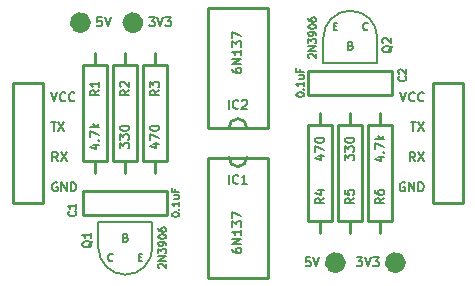
<source format=gto>
G04 (created by PCBNEW (2013-07-07 BZR 4022)-stable) date 5/5/2015 11:01:01 PM*
%MOIN*%
G04 Gerber Fmt 3.4, Leading zero omitted, Abs format*
%FSLAX34Y34*%
G01*
G70*
G90*
G04 APERTURE LIST*
%ADD10C,0.00590551*%
%ADD11C,0.05*%
%ADD12C,0.006*%
%ADD13C,0.01*%
%ADD14C,0.005*%
G04 APERTURE END LIST*
G54D10*
G54D11*
X91850Y-29000D02*
G75*
G03X91850Y-29000I-100J0D01*
G74*
G01*
X89850Y-29000D02*
G75*
G03X89850Y-29000I-100J0D01*
G74*
G01*
X83100Y-21000D02*
G75*
G03X83100Y-21000I-100J0D01*
G74*
G01*
X81350Y-21000D02*
G75*
G03X81350Y-21000I-100J0D01*
G74*
G01*
G54D12*
X90464Y-28821D02*
X90650Y-28821D01*
X90550Y-28935D01*
X90592Y-28935D01*
X90621Y-28950D01*
X90635Y-28964D01*
X90650Y-28992D01*
X90650Y-29064D01*
X90635Y-29092D01*
X90621Y-29107D01*
X90592Y-29121D01*
X90507Y-29121D01*
X90478Y-29107D01*
X90464Y-29092D01*
X90735Y-28821D02*
X90835Y-29121D01*
X90935Y-28821D01*
X91007Y-28821D02*
X91192Y-28821D01*
X91092Y-28935D01*
X91135Y-28935D01*
X91164Y-28950D01*
X91178Y-28964D01*
X91192Y-28992D01*
X91192Y-29064D01*
X91178Y-29092D01*
X91164Y-29107D01*
X91135Y-29121D01*
X91050Y-29121D01*
X91021Y-29107D01*
X91007Y-29092D01*
X88921Y-28821D02*
X88778Y-28821D01*
X88764Y-28964D01*
X88778Y-28950D01*
X88807Y-28935D01*
X88878Y-28935D01*
X88907Y-28950D01*
X88921Y-28964D01*
X88935Y-28992D01*
X88935Y-29064D01*
X88921Y-29092D01*
X88907Y-29107D01*
X88878Y-29121D01*
X88807Y-29121D01*
X88778Y-29107D01*
X88764Y-29092D01*
X89021Y-28821D02*
X89121Y-29121D01*
X89221Y-28821D01*
X83542Y-20821D02*
X83728Y-20821D01*
X83628Y-20935D01*
X83671Y-20935D01*
X83700Y-20950D01*
X83714Y-20964D01*
X83728Y-20992D01*
X83728Y-21064D01*
X83714Y-21092D01*
X83700Y-21107D01*
X83671Y-21121D01*
X83585Y-21121D01*
X83557Y-21107D01*
X83542Y-21092D01*
X83814Y-20821D02*
X83914Y-21121D01*
X84014Y-20821D01*
X84085Y-20821D02*
X84271Y-20821D01*
X84171Y-20935D01*
X84214Y-20935D01*
X84242Y-20950D01*
X84257Y-20964D01*
X84271Y-20992D01*
X84271Y-21064D01*
X84257Y-21092D01*
X84242Y-21107D01*
X84214Y-21121D01*
X84128Y-21121D01*
X84100Y-21107D01*
X84085Y-21092D01*
X81964Y-20821D02*
X81821Y-20821D01*
X81807Y-20964D01*
X81821Y-20950D01*
X81850Y-20935D01*
X81921Y-20935D01*
X81950Y-20950D01*
X81964Y-20964D01*
X81978Y-20992D01*
X81978Y-21064D01*
X81964Y-21092D01*
X81950Y-21107D01*
X81921Y-21121D01*
X81850Y-21121D01*
X81821Y-21107D01*
X81807Y-21092D01*
X82064Y-20821D02*
X82164Y-21121D01*
X82264Y-20821D01*
X80478Y-26335D02*
X80450Y-26321D01*
X80407Y-26321D01*
X80364Y-26335D01*
X80335Y-26364D01*
X80321Y-26392D01*
X80307Y-26450D01*
X80307Y-26492D01*
X80321Y-26550D01*
X80335Y-26578D01*
X80364Y-26607D01*
X80407Y-26621D01*
X80435Y-26621D01*
X80478Y-26607D01*
X80492Y-26592D01*
X80492Y-26492D01*
X80435Y-26492D01*
X80621Y-26621D02*
X80621Y-26321D01*
X80792Y-26621D01*
X80792Y-26321D01*
X80935Y-26621D02*
X80935Y-26321D01*
X81007Y-26321D01*
X81050Y-26335D01*
X81078Y-26364D01*
X81092Y-26392D01*
X81107Y-26450D01*
X81107Y-26492D01*
X81092Y-26550D01*
X81078Y-26578D01*
X81050Y-26607D01*
X81007Y-26621D01*
X80935Y-26621D01*
X80492Y-25621D02*
X80392Y-25478D01*
X80321Y-25621D02*
X80321Y-25321D01*
X80435Y-25321D01*
X80464Y-25335D01*
X80478Y-25350D01*
X80492Y-25378D01*
X80492Y-25421D01*
X80478Y-25450D01*
X80464Y-25464D01*
X80435Y-25478D01*
X80321Y-25478D01*
X80592Y-25321D02*
X80792Y-25621D01*
X80792Y-25321D02*
X80592Y-25621D01*
X80278Y-24321D02*
X80450Y-24321D01*
X80364Y-24621D02*
X80364Y-24321D01*
X80521Y-24321D02*
X80721Y-24621D01*
X80721Y-24321D02*
X80521Y-24621D01*
X80278Y-23321D02*
X80378Y-23621D01*
X80478Y-23321D01*
X80750Y-23592D02*
X80735Y-23607D01*
X80692Y-23621D01*
X80664Y-23621D01*
X80621Y-23607D01*
X80592Y-23578D01*
X80578Y-23550D01*
X80564Y-23492D01*
X80564Y-23450D01*
X80578Y-23392D01*
X80592Y-23364D01*
X80621Y-23335D01*
X80664Y-23321D01*
X80692Y-23321D01*
X80735Y-23335D01*
X80750Y-23350D01*
X81050Y-23592D02*
X81035Y-23607D01*
X80992Y-23621D01*
X80964Y-23621D01*
X80921Y-23607D01*
X80892Y-23578D01*
X80878Y-23550D01*
X80864Y-23492D01*
X80864Y-23450D01*
X80878Y-23392D01*
X80892Y-23364D01*
X80921Y-23335D01*
X80964Y-23321D01*
X80992Y-23321D01*
X81035Y-23335D01*
X81050Y-23350D01*
X92064Y-26335D02*
X92035Y-26321D01*
X91992Y-26321D01*
X91950Y-26335D01*
X91921Y-26364D01*
X91907Y-26392D01*
X91892Y-26450D01*
X91892Y-26492D01*
X91907Y-26550D01*
X91921Y-26578D01*
X91950Y-26607D01*
X91992Y-26621D01*
X92021Y-26621D01*
X92064Y-26607D01*
X92078Y-26592D01*
X92078Y-26492D01*
X92021Y-26492D01*
X92207Y-26621D02*
X92207Y-26321D01*
X92378Y-26621D01*
X92378Y-26321D01*
X92521Y-26621D02*
X92521Y-26321D01*
X92592Y-26321D01*
X92635Y-26335D01*
X92664Y-26364D01*
X92678Y-26392D01*
X92692Y-26450D01*
X92692Y-26492D01*
X92678Y-26550D01*
X92664Y-26578D01*
X92635Y-26607D01*
X92592Y-26621D01*
X92521Y-26621D01*
X92407Y-25621D02*
X92307Y-25478D01*
X92235Y-25621D02*
X92235Y-25321D01*
X92350Y-25321D01*
X92378Y-25335D01*
X92392Y-25350D01*
X92407Y-25378D01*
X92407Y-25421D01*
X92392Y-25450D01*
X92378Y-25464D01*
X92350Y-25478D01*
X92235Y-25478D01*
X92507Y-25321D02*
X92707Y-25621D01*
X92707Y-25321D02*
X92507Y-25621D01*
X92264Y-24321D02*
X92435Y-24321D01*
X92350Y-24621D02*
X92350Y-24321D01*
X92507Y-24321D02*
X92707Y-24621D01*
X92707Y-24321D02*
X92507Y-24621D01*
X91921Y-23321D02*
X92021Y-23621D01*
X92121Y-23321D01*
X92392Y-23592D02*
X92378Y-23607D01*
X92335Y-23621D01*
X92307Y-23621D01*
X92264Y-23607D01*
X92235Y-23578D01*
X92221Y-23550D01*
X92207Y-23492D01*
X92207Y-23450D01*
X92221Y-23392D01*
X92235Y-23364D01*
X92264Y-23335D01*
X92307Y-23321D01*
X92335Y-23321D01*
X92378Y-23335D01*
X92392Y-23350D01*
X92692Y-23592D02*
X92678Y-23607D01*
X92635Y-23621D01*
X92607Y-23621D01*
X92564Y-23607D01*
X92535Y-23578D01*
X92521Y-23550D01*
X92507Y-23492D01*
X92507Y-23450D01*
X92521Y-23392D01*
X92535Y-23364D01*
X92564Y-23335D01*
X92607Y-23321D01*
X92635Y-23321D01*
X92678Y-23335D01*
X92692Y-23350D01*
G54D10*
X83650Y-28500D02*
X83650Y-27650D01*
X83650Y-27650D02*
X81850Y-27650D01*
X81850Y-27650D02*
X81850Y-28500D01*
X81850Y-28500D02*
G75*
G03X82750Y-29400I900J0D01*
G74*
G01*
X82750Y-29400D02*
G75*
G03X83650Y-28500I0J900D01*
G74*
G01*
X89350Y-21500D02*
X89350Y-22350D01*
X89350Y-22350D02*
X91150Y-22350D01*
X91150Y-22350D02*
X91150Y-21500D01*
X91150Y-21500D02*
G75*
G03X90250Y-20600I-900J0D01*
G74*
G01*
X90250Y-20600D02*
G75*
G03X89350Y-21500I0J-900D01*
G74*
G01*
G54D13*
X81750Y-22000D02*
X81750Y-22400D01*
X81750Y-22400D02*
X82150Y-22400D01*
X82150Y-22400D02*
X82150Y-25600D01*
X82150Y-25600D02*
X81350Y-25600D01*
X81350Y-25600D02*
X81350Y-22400D01*
X81350Y-22400D02*
X81750Y-22400D01*
X81750Y-26000D02*
X81750Y-25600D01*
X89250Y-28000D02*
X89250Y-27600D01*
X89250Y-27600D02*
X88850Y-27600D01*
X88850Y-27600D02*
X88850Y-24400D01*
X88850Y-24400D02*
X89650Y-24400D01*
X89650Y-24400D02*
X89650Y-27600D01*
X89650Y-27600D02*
X89250Y-27600D01*
X89250Y-24000D02*
X89250Y-24400D01*
X82750Y-22000D02*
X82750Y-22400D01*
X82750Y-22400D02*
X83150Y-22400D01*
X83150Y-22400D02*
X83150Y-25600D01*
X83150Y-25600D02*
X82350Y-25600D01*
X82350Y-25600D02*
X82350Y-22400D01*
X82350Y-22400D02*
X82750Y-22400D01*
X82750Y-26000D02*
X82750Y-25600D01*
X91250Y-28000D02*
X91250Y-27600D01*
X91250Y-27600D02*
X90850Y-27600D01*
X90850Y-27600D02*
X90850Y-24400D01*
X90850Y-24400D02*
X91650Y-24400D01*
X91650Y-24400D02*
X91650Y-27600D01*
X91650Y-27600D02*
X91250Y-27600D01*
X91250Y-24000D02*
X91250Y-24400D01*
X83750Y-22000D02*
X83750Y-22400D01*
X83750Y-22400D02*
X84150Y-22400D01*
X84150Y-22400D02*
X84150Y-25600D01*
X84150Y-25600D02*
X83350Y-25600D01*
X83350Y-25600D02*
X83350Y-22400D01*
X83350Y-22400D02*
X83750Y-22400D01*
X83750Y-26000D02*
X83750Y-25600D01*
X90250Y-28000D02*
X90250Y-27600D01*
X90250Y-27600D02*
X89850Y-27600D01*
X89850Y-27600D02*
X89850Y-24400D01*
X89850Y-24400D02*
X90650Y-24400D01*
X90650Y-24400D02*
X90650Y-27600D01*
X90650Y-27600D02*
X90250Y-27600D01*
X90250Y-24000D02*
X90250Y-24400D01*
X79000Y-27000D02*
X79000Y-23000D01*
X80000Y-27000D02*
X80000Y-23000D01*
X80000Y-23000D02*
X79000Y-23000D01*
X79000Y-27000D02*
X80000Y-27000D01*
X93000Y-27000D02*
X93000Y-23000D01*
X94000Y-27000D02*
X94000Y-23000D01*
X94000Y-23000D02*
X93000Y-23000D01*
X93000Y-27000D02*
X94000Y-27000D01*
X86500Y-25800D02*
G75*
G03X86800Y-25500I0J300D01*
G74*
G01*
X86200Y-25500D02*
G75*
G03X86500Y-25800I300J0D01*
G74*
G01*
X87500Y-25500D02*
X87500Y-29500D01*
X87500Y-29500D02*
X85500Y-29500D01*
X85500Y-29500D02*
X85500Y-25500D01*
X85500Y-25500D02*
X87500Y-25500D01*
X86500Y-24200D02*
G75*
G03X86200Y-24500I0J-300D01*
G74*
G01*
X86800Y-24500D02*
G75*
G03X86500Y-24200I-300J0D01*
G74*
G01*
X85500Y-24500D02*
X85500Y-20500D01*
X85500Y-20500D02*
X87500Y-20500D01*
X87500Y-20500D02*
X87500Y-24500D01*
X87500Y-24500D02*
X85500Y-24500D01*
X84150Y-27400D02*
X81350Y-27400D01*
X81350Y-27400D02*
X81350Y-26600D01*
X81350Y-26600D02*
X84150Y-26600D01*
X84150Y-26600D02*
X84150Y-27400D01*
X88850Y-22600D02*
X91650Y-22600D01*
X91650Y-22600D02*
X91650Y-23400D01*
X91650Y-23400D02*
X88850Y-23400D01*
X88850Y-23400D02*
X88850Y-22600D01*
G54D12*
X81650Y-28278D02*
X81635Y-28307D01*
X81607Y-28335D01*
X81564Y-28378D01*
X81550Y-28407D01*
X81550Y-28435D01*
X81621Y-28421D02*
X81607Y-28450D01*
X81578Y-28478D01*
X81521Y-28492D01*
X81421Y-28492D01*
X81364Y-28478D01*
X81335Y-28450D01*
X81321Y-28421D01*
X81321Y-28364D01*
X81335Y-28335D01*
X81364Y-28307D01*
X81421Y-28292D01*
X81521Y-28292D01*
X81578Y-28307D01*
X81607Y-28335D01*
X81621Y-28364D01*
X81621Y-28421D01*
X81621Y-28007D02*
X81621Y-28178D01*
X81621Y-28092D02*
X81321Y-28092D01*
X81364Y-28121D01*
X81392Y-28150D01*
X81407Y-28178D01*
G54D14*
X83875Y-29178D02*
X83863Y-29166D01*
X83851Y-29142D01*
X83851Y-29083D01*
X83863Y-29059D01*
X83875Y-29047D01*
X83898Y-29035D01*
X83922Y-29035D01*
X83958Y-29047D01*
X84101Y-29190D01*
X84101Y-29035D01*
X84101Y-28928D02*
X83851Y-28928D01*
X84101Y-28785D01*
X83851Y-28785D01*
X83851Y-28690D02*
X83851Y-28535D01*
X83946Y-28619D01*
X83946Y-28583D01*
X83958Y-28559D01*
X83970Y-28547D01*
X83994Y-28535D01*
X84053Y-28535D01*
X84077Y-28547D01*
X84089Y-28559D01*
X84101Y-28583D01*
X84101Y-28654D01*
X84089Y-28678D01*
X84077Y-28690D01*
X84101Y-28416D02*
X84101Y-28369D01*
X84089Y-28345D01*
X84077Y-28333D01*
X84041Y-28309D01*
X83994Y-28297D01*
X83898Y-28297D01*
X83875Y-28309D01*
X83863Y-28321D01*
X83851Y-28345D01*
X83851Y-28392D01*
X83863Y-28416D01*
X83875Y-28428D01*
X83898Y-28440D01*
X83958Y-28440D01*
X83982Y-28428D01*
X83994Y-28416D01*
X84005Y-28392D01*
X84005Y-28345D01*
X83994Y-28321D01*
X83982Y-28309D01*
X83958Y-28297D01*
X83851Y-28142D02*
X83851Y-28119D01*
X83863Y-28095D01*
X83875Y-28083D01*
X83898Y-28071D01*
X83946Y-28059D01*
X84005Y-28059D01*
X84053Y-28071D01*
X84077Y-28083D01*
X84089Y-28095D01*
X84101Y-28119D01*
X84101Y-28142D01*
X84089Y-28166D01*
X84077Y-28178D01*
X84053Y-28190D01*
X84005Y-28202D01*
X83946Y-28202D01*
X83898Y-28190D01*
X83875Y-28178D01*
X83863Y-28166D01*
X83851Y-28142D01*
X83851Y-27845D02*
X83851Y-27892D01*
X83863Y-27916D01*
X83875Y-27928D01*
X83910Y-27952D01*
X83958Y-27964D01*
X84053Y-27964D01*
X84077Y-27952D01*
X84089Y-27940D01*
X84101Y-27916D01*
X84101Y-27869D01*
X84089Y-27845D01*
X84077Y-27833D01*
X84053Y-27821D01*
X83994Y-27821D01*
X83970Y-27833D01*
X83958Y-27845D01*
X83946Y-27869D01*
X83946Y-27916D01*
X83958Y-27940D01*
X83970Y-27952D01*
X83994Y-27964D01*
X83196Y-28820D02*
X83279Y-28820D01*
X83315Y-28951D02*
X83196Y-28951D01*
X83196Y-28701D01*
X83315Y-28701D01*
X82767Y-28170D02*
X82803Y-28182D01*
X82815Y-28194D01*
X82827Y-28217D01*
X82827Y-28253D01*
X82815Y-28277D01*
X82803Y-28289D01*
X82779Y-28301D01*
X82684Y-28301D01*
X82684Y-28051D01*
X82767Y-28051D01*
X82791Y-28063D01*
X82803Y-28075D01*
X82815Y-28098D01*
X82815Y-28122D01*
X82803Y-28146D01*
X82791Y-28158D01*
X82767Y-28170D01*
X82684Y-28170D01*
X82327Y-28927D02*
X82315Y-28939D01*
X82279Y-28951D01*
X82255Y-28951D01*
X82220Y-28939D01*
X82196Y-28915D01*
X82184Y-28891D01*
X82172Y-28844D01*
X82172Y-28808D01*
X82184Y-28760D01*
X82196Y-28736D01*
X82220Y-28713D01*
X82255Y-28701D01*
X82279Y-28701D01*
X82315Y-28713D01*
X82327Y-28725D01*
G54D12*
X91650Y-21778D02*
X91635Y-21807D01*
X91607Y-21835D01*
X91564Y-21878D01*
X91550Y-21907D01*
X91550Y-21935D01*
X91621Y-21921D02*
X91607Y-21950D01*
X91578Y-21978D01*
X91521Y-21992D01*
X91421Y-21992D01*
X91364Y-21978D01*
X91335Y-21950D01*
X91321Y-21921D01*
X91321Y-21864D01*
X91335Y-21835D01*
X91364Y-21807D01*
X91421Y-21792D01*
X91521Y-21792D01*
X91578Y-21807D01*
X91607Y-21835D01*
X91621Y-21864D01*
X91621Y-21921D01*
X91350Y-21678D02*
X91335Y-21664D01*
X91321Y-21635D01*
X91321Y-21564D01*
X91335Y-21535D01*
X91350Y-21521D01*
X91378Y-21507D01*
X91407Y-21507D01*
X91450Y-21521D01*
X91621Y-21692D01*
X91621Y-21507D01*
G54D14*
X88875Y-22178D02*
X88863Y-22166D01*
X88851Y-22142D01*
X88851Y-22083D01*
X88863Y-22059D01*
X88875Y-22047D01*
X88898Y-22035D01*
X88922Y-22035D01*
X88958Y-22047D01*
X89101Y-22190D01*
X89101Y-22035D01*
X89101Y-21928D02*
X88851Y-21928D01*
X89101Y-21785D01*
X88851Y-21785D01*
X88851Y-21690D02*
X88851Y-21535D01*
X88946Y-21619D01*
X88946Y-21583D01*
X88958Y-21559D01*
X88970Y-21547D01*
X88994Y-21535D01*
X89053Y-21535D01*
X89077Y-21547D01*
X89089Y-21559D01*
X89101Y-21583D01*
X89101Y-21654D01*
X89089Y-21678D01*
X89077Y-21690D01*
X89101Y-21416D02*
X89101Y-21369D01*
X89089Y-21345D01*
X89077Y-21333D01*
X89041Y-21309D01*
X88994Y-21297D01*
X88898Y-21297D01*
X88875Y-21309D01*
X88863Y-21321D01*
X88851Y-21345D01*
X88851Y-21392D01*
X88863Y-21416D01*
X88875Y-21428D01*
X88898Y-21440D01*
X88958Y-21440D01*
X88982Y-21428D01*
X88994Y-21416D01*
X89005Y-21392D01*
X89005Y-21345D01*
X88994Y-21321D01*
X88982Y-21309D01*
X88958Y-21297D01*
X88851Y-21142D02*
X88851Y-21119D01*
X88863Y-21095D01*
X88875Y-21083D01*
X88898Y-21071D01*
X88946Y-21059D01*
X89005Y-21059D01*
X89053Y-21071D01*
X89077Y-21083D01*
X89089Y-21095D01*
X89101Y-21119D01*
X89101Y-21142D01*
X89089Y-21166D01*
X89077Y-21178D01*
X89053Y-21190D01*
X89005Y-21202D01*
X88946Y-21202D01*
X88898Y-21190D01*
X88875Y-21178D01*
X88863Y-21166D01*
X88851Y-21142D01*
X88851Y-20845D02*
X88851Y-20892D01*
X88863Y-20916D01*
X88875Y-20928D01*
X88910Y-20952D01*
X88958Y-20964D01*
X89053Y-20964D01*
X89077Y-20952D01*
X89089Y-20940D01*
X89101Y-20916D01*
X89101Y-20869D01*
X89089Y-20845D01*
X89077Y-20833D01*
X89053Y-20821D01*
X88994Y-20821D01*
X88970Y-20833D01*
X88958Y-20845D01*
X88946Y-20869D01*
X88946Y-20916D01*
X88958Y-20940D01*
X88970Y-20952D01*
X88994Y-20964D01*
X89696Y-21120D02*
X89779Y-21120D01*
X89815Y-21251D02*
X89696Y-21251D01*
X89696Y-21001D01*
X89815Y-21001D01*
X90267Y-21770D02*
X90303Y-21782D01*
X90315Y-21794D01*
X90327Y-21817D01*
X90327Y-21853D01*
X90315Y-21877D01*
X90303Y-21889D01*
X90279Y-21901D01*
X90184Y-21901D01*
X90184Y-21651D01*
X90267Y-21651D01*
X90291Y-21663D01*
X90303Y-21675D01*
X90315Y-21698D01*
X90315Y-21722D01*
X90303Y-21746D01*
X90291Y-21758D01*
X90267Y-21770D01*
X90184Y-21770D01*
X90827Y-21227D02*
X90815Y-21239D01*
X90779Y-21251D01*
X90755Y-21251D01*
X90720Y-21239D01*
X90696Y-21215D01*
X90684Y-21191D01*
X90672Y-21144D01*
X90672Y-21108D01*
X90684Y-21060D01*
X90696Y-21036D01*
X90720Y-21013D01*
X90755Y-21001D01*
X90779Y-21001D01*
X90815Y-21013D01*
X90827Y-21025D01*
G54D12*
X81871Y-23250D02*
X81728Y-23350D01*
X81871Y-23421D02*
X81571Y-23421D01*
X81571Y-23307D01*
X81585Y-23278D01*
X81600Y-23264D01*
X81628Y-23250D01*
X81671Y-23250D01*
X81700Y-23264D01*
X81714Y-23278D01*
X81728Y-23307D01*
X81728Y-23421D01*
X81871Y-22964D02*
X81871Y-23135D01*
X81871Y-23050D02*
X81571Y-23050D01*
X81614Y-23078D01*
X81642Y-23107D01*
X81657Y-23135D01*
X81671Y-25078D02*
X81871Y-25078D01*
X81557Y-25150D02*
X81771Y-25221D01*
X81771Y-25035D01*
X81842Y-24921D02*
X81857Y-24907D01*
X81871Y-24921D01*
X81857Y-24935D01*
X81842Y-24921D01*
X81871Y-24921D01*
X81571Y-24807D02*
X81571Y-24607D01*
X81871Y-24735D01*
X81871Y-24492D02*
X81571Y-24492D01*
X81757Y-24464D02*
X81871Y-24378D01*
X81671Y-24378D02*
X81785Y-24492D01*
X89371Y-26850D02*
X89228Y-26950D01*
X89371Y-27021D02*
X89071Y-27021D01*
X89071Y-26907D01*
X89085Y-26878D01*
X89100Y-26864D01*
X89128Y-26850D01*
X89171Y-26850D01*
X89200Y-26864D01*
X89214Y-26878D01*
X89228Y-26907D01*
X89228Y-27021D01*
X89171Y-26592D02*
X89371Y-26592D01*
X89057Y-26664D02*
X89271Y-26735D01*
X89271Y-26550D01*
X89171Y-25428D02*
X89371Y-25428D01*
X89057Y-25500D02*
X89271Y-25571D01*
X89271Y-25385D01*
X89071Y-25300D02*
X89071Y-25100D01*
X89371Y-25228D01*
X89071Y-24928D02*
X89071Y-24900D01*
X89085Y-24871D01*
X89100Y-24857D01*
X89128Y-24842D01*
X89185Y-24828D01*
X89257Y-24828D01*
X89314Y-24842D01*
X89342Y-24857D01*
X89357Y-24871D01*
X89371Y-24900D01*
X89371Y-24928D01*
X89357Y-24957D01*
X89342Y-24971D01*
X89314Y-24985D01*
X89257Y-25000D01*
X89185Y-25000D01*
X89128Y-24985D01*
X89100Y-24971D01*
X89085Y-24957D01*
X89071Y-24928D01*
X82871Y-23250D02*
X82728Y-23350D01*
X82871Y-23421D02*
X82571Y-23421D01*
X82571Y-23307D01*
X82585Y-23278D01*
X82600Y-23264D01*
X82628Y-23250D01*
X82671Y-23250D01*
X82700Y-23264D01*
X82714Y-23278D01*
X82728Y-23307D01*
X82728Y-23421D01*
X82600Y-23135D02*
X82585Y-23121D01*
X82571Y-23092D01*
X82571Y-23021D01*
X82585Y-22992D01*
X82600Y-22978D01*
X82628Y-22964D01*
X82657Y-22964D01*
X82700Y-22978D01*
X82871Y-23150D01*
X82871Y-22964D01*
X82571Y-25185D02*
X82571Y-25000D01*
X82685Y-25100D01*
X82685Y-25057D01*
X82700Y-25028D01*
X82714Y-25014D01*
X82742Y-25000D01*
X82814Y-25000D01*
X82842Y-25014D01*
X82857Y-25028D01*
X82871Y-25057D01*
X82871Y-25142D01*
X82857Y-25171D01*
X82842Y-25185D01*
X82571Y-24900D02*
X82571Y-24714D01*
X82685Y-24814D01*
X82685Y-24771D01*
X82700Y-24742D01*
X82714Y-24728D01*
X82742Y-24714D01*
X82814Y-24714D01*
X82842Y-24728D01*
X82857Y-24742D01*
X82871Y-24771D01*
X82871Y-24857D01*
X82857Y-24885D01*
X82842Y-24900D01*
X82571Y-24528D02*
X82571Y-24500D01*
X82585Y-24471D01*
X82600Y-24457D01*
X82628Y-24442D01*
X82685Y-24428D01*
X82757Y-24428D01*
X82814Y-24442D01*
X82842Y-24457D01*
X82857Y-24471D01*
X82871Y-24500D01*
X82871Y-24528D01*
X82857Y-24557D01*
X82842Y-24571D01*
X82814Y-24585D01*
X82757Y-24600D01*
X82685Y-24600D01*
X82628Y-24585D01*
X82600Y-24571D01*
X82585Y-24557D01*
X82571Y-24528D01*
X91371Y-26850D02*
X91228Y-26950D01*
X91371Y-27021D02*
X91071Y-27021D01*
X91071Y-26907D01*
X91085Y-26878D01*
X91100Y-26864D01*
X91128Y-26850D01*
X91171Y-26850D01*
X91200Y-26864D01*
X91214Y-26878D01*
X91228Y-26907D01*
X91228Y-27021D01*
X91071Y-26592D02*
X91071Y-26650D01*
X91085Y-26678D01*
X91100Y-26692D01*
X91142Y-26721D01*
X91200Y-26735D01*
X91314Y-26735D01*
X91342Y-26721D01*
X91357Y-26707D01*
X91371Y-26678D01*
X91371Y-26621D01*
X91357Y-26592D01*
X91342Y-26578D01*
X91314Y-26564D01*
X91242Y-26564D01*
X91214Y-26578D01*
X91200Y-26592D01*
X91185Y-26621D01*
X91185Y-26678D01*
X91200Y-26707D01*
X91214Y-26721D01*
X91242Y-26735D01*
X91171Y-25478D02*
X91371Y-25478D01*
X91057Y-25550D02*
X91271Y-25621D01*
X91271Y-25435D01*
X91342Y-25321D02*
X91357Y-25307D01*
X91371Y-25321D01*
X91357Y-25335D01*
X91342Y-25321D01*
X91371Y-25321D01*
X91071Y-25207D02*
X91071Y-25007D01*
X91371Y-25135D01*
X91371Y-24892D02*
X91071Y-24892D01*
X91257Y-24864D02*
X91371Y-24778D01*
X91171Y-24778D02*
X91285Y-24892D01*
X83871Y-23250D02*
X83728Y-23350D01*
X83871Y-23421D02*
X83571Y-23421D01*
X83571Y-23307D01*
X83585Y-23278D01*
X83600Y-23264D01*
X83628Y-23250D01*
X83671Y-23250D01*
X83700Y-23264D01*
X83714Y-23278D01*
X83728Y-23307D01*
X83728Y-23421D01*
X83571Y-23150D02*
X83571Y-22964D01*
X83685Y-23064D01*
X83685Y-23021D01*
X83700Y-22992D01*
X83714Y-22978D01*
X83742Y-22964D01*
X83814Y-22964D01*
X83842Y-22978D01*
X83857Y-22992D01*
X83871Y-23021D01*
X83871Y-23107D01*
X83857Y-23135D01*
X83842Y-23150D01*
X83671Y-25028D02*
X83871Y-25028D01*
X83557Y-25100D02*
X83771Y-25171D01*
X83771Y-24985D01*
X83571Y-24900D02*
X83571Y-24700D01*
X83871Y-24828D01*
X83571Y-24528D02*
X83571Y-24500D01*
X83585Y-24471D01*
X83600Y-24457D01*
X83628Y-24442D01*
X83685Y-24428D01*
X83757Y-24428D01*
X83814Y-24442D01*
X83842Y-24457D01*
X83857Y-24471D01*
X83871Y-24500D01*
X83871Y-24528D01*
X83857Y-24557D01*
X83842Y-24571D01*
X83814Y-24585D01*
X83757Y-24600D01*
X83685Y-24600D01*
X83628Y-24585D01*
X83600Y-24571D01*
X83585Y-24557D01*
X83571Y-24528D01*
X90371Y-26850D02*
X90228Y-26950D01*
X90371Y-27021D02*
X90071Y-27021D01*
X90071Y-26907D01*
X90085Y-26878D01*
X90100Y-26864D01*
X90128Y-26850D01*
X90171Y-26850D01*
X90200Y-26864D01*
X90214Y-26878D01*
X90228Y-26907D01*
X90228Y-27021D01*
X90071Y-26578D02*
X90071Y-26721D01*
X90214Y-26735D01*
X90200Y-26721D01*
X90185Y-26692D01*
X90185Y-26621D01*
X90200Y-26592D01*
X90214Y-26578D01*
X90242Y-26564D01*
X90314Y-26564D01*
X90342Y-26578D01*
X90357Y-26592D01*
X90371Y-26621D01*
X90371Y-26692D01*
X90357Y-26721D01*
X90342Y-26735D01*
X90071Y-25585D02*
X90071Y-25400D01*
X90185Y-25500D01*
X90185Y-25457D01*
X90200Y-25428D01*
X90214Y-25414D01*
X90242Y-25400D01*
X90314Y-25400D01*
X90342Y-25414D01*
X90357Y-25428D01*
X90371Y-25457D01*
X90371Y-25542D01*
X90357Y-25571D01*
X90342Y-25585D01*
X90071Y-25300D02*
X90071Y-25114D01*
X90185Y-25214D01*
X90185Y-25171D01*
X90200Y-25142D01*
X90214Y-25128D01*
X90242Y-25114D01*
X90314Y-25114D01*
X90342Y-25128D01*
X90357Y-25142D01*
X90371Y-25171D01*
X90371Y-25257D01*
X90357Y-25285D01*
X90342Y-25300D01*
X90071Y-24928D02*
X90071Y-24900D01*
X90085Y-24871D01*
X90100Y-24857D01*
X90128Y-24842D01*
X90185Y-24828D01*
X90257Y-24828D01*
X90314Y-24842D01*
X90342Y-24857D01*
X90357Y-24871D01*
X90371Y-24900D01*
X90371Y-24928D01*
X90357Y-24957D01*
X90342Y-24971D01*
X90314Y-24985D01*
X90257Y-25000D01*
X90185Y-25000D01*
X90128Y-24985D01*
X90100Y-24971D01*
X90085Y-24957D01*
X90071Y-24928D01*
X86207Y-26371D02*
X86207Y-26071D01*
X86521Y-26342D02*
X86507Y-26357D01*
X86464Y-26371D01*
X86435Y-26371D01*
X86392Y-26357D01*
X86364Y-26328D01*
X86350Y-26300D01*
X86335Y-26242D01*
X86335Y-26200D01*
X86350Y-26142D01*
X86364Y-26114D01*
X86392Y-26085D01*
X86435Y-26071D01*
X86464Y-26071D01*
X86507Y-26085D01*
X86521Y-26100D01*
X86807Y-26371D02*
X86635Y-26371D01*
X86721Y-26371D02*
X86721Y-26071D01*
X86692Y-26114D01*
X86664Y-26142D01*
X86635Y-26157D01*
X86321Y-28528D02*
X86321Y-28585D01*
X86335Y-28614D01*
X86350Y-28628D01*
X86392Y-28657D01*
X86450Y-28671D01*
X86564Y-28671D01*
X86592Y-28657D01*
X86607Y-28642D01*
X86621Y-28614D01*
X86621Y-28557D01*
X86607Y-28528D01*
X86592Y-28514D01*
X86564Y-28500D01*
X86492Y-28500D01*
X86464Y-28514D01*
X86450Y-28528D01*
X86435Y-28557D01*
X86435Y-28614D01*
X86450Y-28642D01*
X86464Y-28657D01*
X86492Y-28671D01*
X86621Y-28371D02*
X86321Y-28371D01*
X86621Y-28200D01*
X86321Y-28200D01*
X86621Y-27900D02*
X86621Y-28071D01*
X86621Y-27985D02*
X86321Y-27985D01*
X86364Y-28014D01*
X86392Y-28042D01*
X86407Y-28071D01*
X86321Y-27800D02*
X86321Y-27614D01*
X86435Y-27714D01*
X86435Y-27671D01*
X86450Y-27642D01*
X86464Y-27628D01*
X86492Y-27614D01*
X86564Y-27614D01*
X86592Y-27628D01*
X86607Y-27642D01*
X86621Y-27671D01*
X86621Y-27757D01*
X86607Y-27785D01*
X86592Y-27800D01*
X86321Y-27514D02*
X86321Y-27314D01*
X86621Y-27442D01*
X86207Y-23871D02*
X86207Y-23571D01*
X86521Y-23842D02*
X86507Y-23857D01*
X86464Y-23871D01*
X86435Y-23871D01*
X86392Y-23857D01*
X86364Y-23828D01*
X86350Y-23800D01*
X86335Y-23742D01*
X86335Y-23700D01*
X86350Y-23642D01*
X86364Y-23614D01*
X86392Y-23585D01*
X86435Y-23571D01*
X86464Y-23571D01*
X86507Y-23585D01*
X86521Y-23600D01*
X86635Y-23600D02*
X86650Y-23585D01*
X86678Y-23571D01*
X86750Y-23571D01*
X86778Y-23585D01*
X86792Y-23600D01*
X86807Y-23628D01*
X86807Y-23657D01*
X86792Y-23700D01*
X86621Y-23871D01*
X86807Y-23871D01*
X86321Y-22528D02*
X86321Y-22585D01*
X86335Y-22614D01*
X86350Y-22628D01*
X86392Y-22657D01*
X86450Y-22671D01*
X86564Y-22671D01*
X86592Y-22657D01*
X86607Y-22642D01*
X86621Y-22614D01*
X86621Y-22557D01*
X86607Y-22528D01*
X86592Y-22514D01*
X86564Y-22500D01*
X86492Y-22500D01*
X86464Y-22514D01*
X86450Y-22528D01*
X86435Y-22557D01*
X86435Y-22614D01*
X86450Y-22642D01*
X86464Y-22657D01*
X86492Y-22671D01*
X86621Y-22371D02*
X86321Y-22371D01*
X86621Y-22200D01*
X86321Y-22200D01*
X86621Y-21900D02*
X86621Y-22071D01*
X86621Y-21985D02*
X86321Y-21985D01*
X86364Y-22014D01*
X86392Y-22042D01*
X86407Y-22071D01*
X86321Y-21800D02*
X86321Y-21614D01*
X86435Y-21714D01*
X86435Y-21671D01*
X86450Y-21642D01*
X86464Y-21628D01*
X86492Y-21614D01*
X86564Y-21614D01*
X86592Y-21628D01*
X86607Y-21642D01*
X86621Y-21671D01*
X86621Y-21757D01*
X86607Y-21785D01*
X86592Y-21800D01*
X86321Y-21514D02*
X86321Y-21314D01*
X86621Y-21442D01*
G54D14*
X81077Y-27291D02*
X81089Y-27303D01*
X81101Y-27339D01*
X81101Y-27363D01*
X81089Y-27398D01*
X81065Y-27422D01*
X81041Y-27434D01*
X80994Y-27446D01*
X80958Y-27446D01*
X80910Y-27434D01*
X80886Y-27422D01*
X80863Y-27398D01*
X80851Y-27363D01*
X80851Y-27339D01*
X80863Y-27303D01*
X80875Y-27291D01*
X81101Y-27053D02*
X81101Y-27196D01*
X81101Y-27125D02*
X80851Y-27125D01*
X80886Y-27148D01*
X80910Y-27172D01*
X80922Y-27196D01*
X84301Y-27410D02*
X84301Y-27386D01*
X84313Y-27363D01*
X84325Y-27351D01*
X84348Y-27339D01*
X84396Y-27327D01*
X84455Y-27327D01*
X84503Y-27339D01*
X84527Y-27351D01*
X84539Y-27363D01*
X84551Y-27386D01*
X84551Y-27410D01*
X84539Y-27434D01*
X84527Y-27446D01*
X84503Y-27458D01*
X84455Y-27470D01*
X84396Y-27470D01*
X84348Y-27458D01*
X84325Y-27446D01*
X84313Y-27434D01*
X84301Y-27410D01*
X84527Y-27220D02*
X84539Y-27208D01*
X84551Y-27220D01*
X84539Y-27232D01*
X84527Y-27220D01*
X84551Y-27220D01*
X84551Y-26970D02*
X84551Y-27113D01*
X84551Y-27041D02*
X84301Y-27041D01*
X84336Y-27065D01*
X84360Y-27089D01*
X84372Y-27113D01*
X84384Y-26755D02*
X84551Y-26755D01*
X84384Y-26863D02*
X84515Y-26863D01*
X84539Y-26851D01*
X84551Y-26827D01*
X84551Y-26791D01*
X84539Y-26767D01*
X84527Y-26755D01*
X84420Y-26553D02*
X84420Y-26636D01*
X84551Y-26636D02*
X84301Y-26636D01*
X84301Y-26517D01*
X92077Y-22791D02*
X92089Y-22803D01*
X92101Y-22839D01*
X92101Y-22863D01*
X92089Y-22898D01*
X92065Y-22922D01*
X92041Y-22934D01*
X91994Y-22946D01*
X91958Y-22946D01*
X91910Y-22934D01*
X91886Y-22922D01*
X91863Y-22898D01*
X91851Y-22863D01*
X91851Y-22839D01*
X91863Y-22803D01*
X91875Y-22791D01*
X91875Y-22696D02*
X91863Y-22684D01*
X91851Y-22660D01*
X91851Y-22601D01*
X91863Y-22577D01*
X91875Y-22565D01*
X91898Y-22553D01*
X91922Y-22553D01*
X91958Y-22565D01*
X92101Y-22708D01*
X92101Y-22553D01*
X88451Y-23410D02*
X88451Y-23386D01*
X88463Y-23363D01*
X88475Y-23351D01*
X88498Y-23339D01*
X88546Y-23327D01*
X88605Y-23327D01*
X88653Y-23339D01*
X88677Y-23351D01*
X88689Y-23363D01*
X88701Y-23386D01*
X88701Y-23410D01*
X88689Y-23434D01*
X88677Y-23446D01*
X88653Y-23458D01*
X88605Y-23470D01*
X88546Y-23470D01*
X88498Y-23458D01*
X88475Y-23446D01*
X88463Y-23434D01*
X88451Y-23410D01*
X88677Y-23220D02*
X88689Y-23208D01*
X88701Y-23220D01*
X88689Y-23232D01*
X88677Y-23220D01*
X88701Y-23220D01*
X88701Y-22970D02*
X88701Y-23113D01*
X88701Y-23041D02*
X88451Y-23041D01*
X88486Y-23065D01*
X88510Y-23089D01*
X88522Y-23113D01*
X88534Y-22755D02*
X88701Y-22755D01*
X88534Y-22863D02*
X88665Y-22863D01*
X88689Y-22851D01*
X88701Y-22827D01*
X88701Y-22791D01*
X88689Y-22767D01*
X88677Y-22755D01*
X88570Y-22553D02*
X88570Y-22636D01*
X88701Y-22636D02*
X88451Y-22636D01*
X88451Y-22517D01*
M02*

</source>
